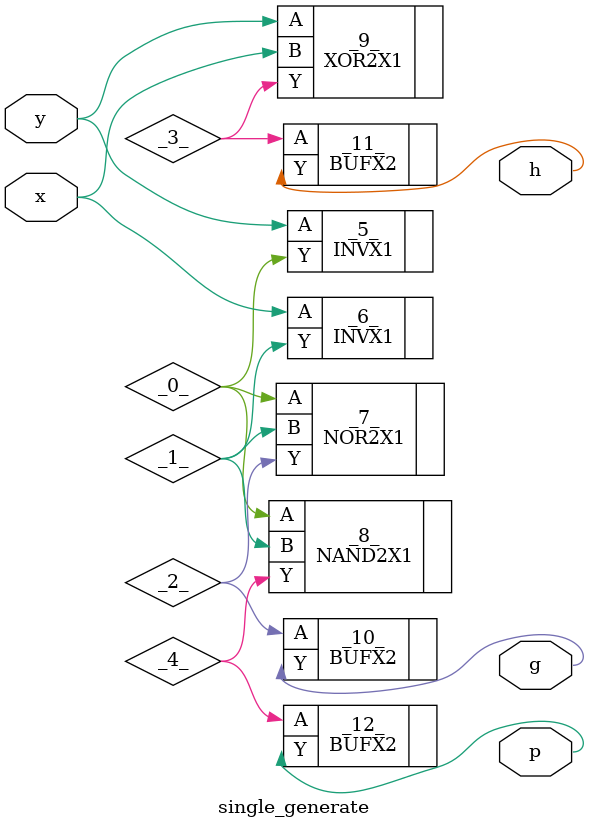
<source format=v>
/* Verilog module written by vlog2Verilog (qflow) */
/* With bit-blasted vectors */
/* With power connections converted to binary 1, 0 */

module single_generate(
    output g,
    output h,
    output p,
    input x,
    input y
);

wire g ;
wire h ;
wire p ;
wire x ;
wire y ;
wire _4_ ;
wire _1_ ;
wire _3_ ;
wire _0_ ;
wire _2_ ;

FILL SFILL840x50 (
);

NOR2X1 _7_ (
    .A(_0_),
    .B(_1_),
    .Y(_2_)
);

BUFX2 _10_ (
    .A(_2_),
    .Y(g)
);

FILL SFILL920x50 (
);

XOR2X1 _9_ (
    .A(y),
    .B(x),
    .Y(_3_)
);

BUFX2 _12_ (
    .A(_4_),
    .Y(p)
);

INVX1 _6_ (
    .A(x),
    .Y(_1_)
);

FILL SFILL1960x50 (
);

FILL SFILL1000x50 (
);

FILL SFILL1880x50 (
);

NAND2X1 _8_ (
    .A(_0_),
    .B(_1_),
    .Y(_4_)
);

BUFX2 _11_ (
    .A(_3_),
    .Y(h)
);

INVX1 _5_ (
    .A(y),
    .Y(_0_)
);

FILL SFILL2040x50 (
);

endmodule

</source>
